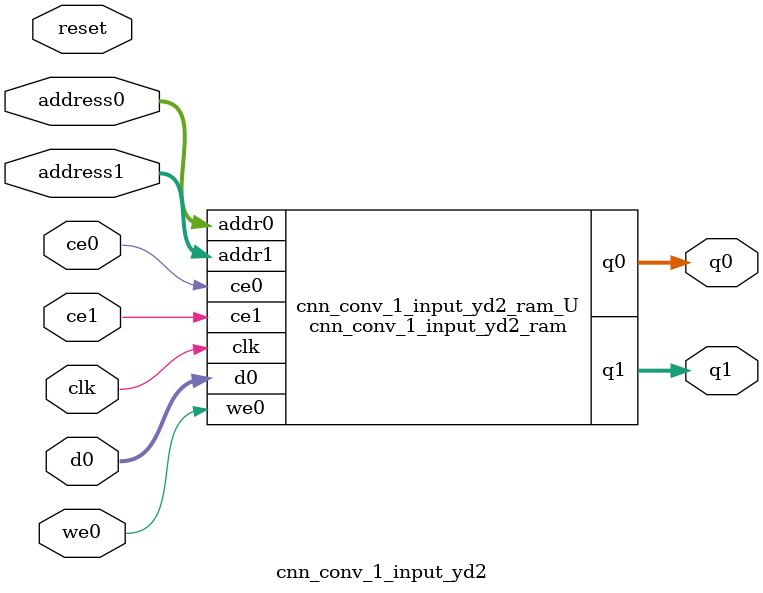
<source format=v>
`timescale 1 ns / 1 ps
module cnn_conv_1_input_yd2_ram (addr0, ce0, d0, we0, q0, addr1, ce1, q1,  clk);

parameter DWIDTH = 14;
parameter AWIDTH = 7;
parameter MEM_SIZE = 100;

input[AWIDTH-1:0] addr0;
input ce0;
input[DWIDTH-1:0] d0;
input we0;
output reg[DWIDTH-1:0] q0;
input[AWIDTH-1:0] addr1;
input ce1;
output reg[DWIDTH-1:0] q1;
input clk;

(* ram_style = "block" *)reg [DWIDTH-1:0] ram[0:MEM_SIZE-1];




always @(posedge clk)  
begin 
    if (ce0) 
    begin
        if (we0) 
        begin 
            ram[addr0] <= d0; 
        end 
        q0 <= ram[addr0];
    end
end


always @(posedge clk)  
begin 
    if (ce1) 
    begin
        q1 <= ram[addr1];
    end
end


endmodule

`timescale 1 ns / 1 ps
module cnn_conv_1_input_yd2(
    reset,
    clk,
    address0,
    ce0,
    we0,
    d0,
    q0,
    address1,
    ce1,
    q1);

parameter DataWidth = 32'd14;
parameter AddressRange = 32'd100;
parameter AddressWidth = 32'd7;
input reset;
input clk;
input[AddressWidth - 1:0] address0;
input ce0;
input we0;
input[DataWidth - 1:0] d0;
output[DataWidth - 1:0] q0;
input[AddressWidth - 1:0] address1;
input ce1;
output[DataWidth - 1:0] q1;



cnn_conv_1_input_yd2_ram cnn_conv_1_input_yd2_ram_U(
    .clk( clk ),
    .addr0( address0 ),
    .ce0( ce0 ),
    .we0( we0 ),
    .d0( d0 ),
    .q0( q0 ),
    .addr1( address1 ),
    .ce1( ce1 ),
    .q1( q1 ));

endmodule


</source>
